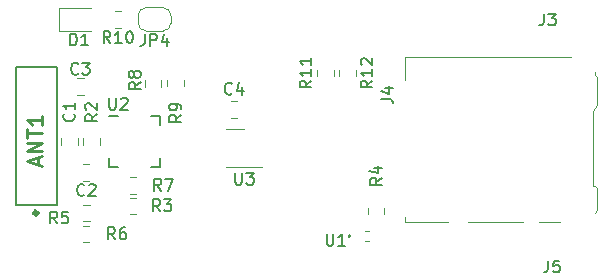
<source format=gbr>
G04 #@! TF.GenerationSoftware,KiCad,Pcbnew,(5.1.4)-1*
G04 #@! TF.CreationDate,2019-12-20T11:27:30-05:00*
G04 #@! TF.ProjectId,Feather-weather-station,46656174-6865-4722-9d77-656174686572,rev?*
G04 #@! TF.SameCoordinates,Original*
G04 #@! TF.FileFunction,Legend,Top*
G04 #@! TF.FilePolarity,Positive*
%FSLAX46Y46*%
G04 Gerber Fmt 4.6, Leading zero omitted, Abs format (unit mm)*
G04 Created by KiCad (PCBNEW (5.1.4)-1) date 2019-12-20 11:27:30*
%MOMM*%
%LPD*%
G04 APERTURE LIST*
%ADD10C,0.120000*%
%ADD11C,0.100000*%
%ADD12C,0.200000*%
%ADD13C,0.150000*%
%ADD14C,0.400000*%
%ADD15C,0.254000*%
G04 APERTURE END LIST*
D10*
X132957800Y-53197000D02*
X131557800Y-53197000D01*
X130857800Y-52497000D02*
X130857800Y-51897000D01*
X131557800Y-51197000D02*
X132957800Y-51197000D01*
X133657800Y-51897000D02*
X133657800Y-52497000D01*
X133657800Y-52497000D02*
G75*
G02X132957800Y-53197000I-700000J0D01*
G01*
X132957800Y-51197000D02*
G75*
G02X133657800Y-51897000I0J-700000D01*
G01*
X130857800Y-51897000D02*
G75*
G02X131557800Y-51197000I700000J0D01*
G01*
X131557800Y-53197000D02*
G75*
G02X130857800Y-52497000I0J700000D01*
G01*
X139852400Y-61483600D02*
X138352400Y-61483600D01*
X141352400Y-64703600D02*
X138352400Y-64703600D01*
D11*
X150053700Y-70148500D02*
X150453700Y-70148500D01*
X150053700Y-70948500D02*
X150453700Y-70948500D01*
D12*
X148753700Y-70448500D02*
X148753700Y-70448500D01*
X148753700Y-70648500D02*
X148753700Y-70648500D01*
X148753700Y-70648500D02*
G75*
G03X148753700Y-70448500I0J100000D01*
G01*
X148753700Y-70448500D02*
G75*
G03X148753700Y-70648500I0J-100000D01*
G01*
D10*
X169751200Y-59415500D02*
X169401200Y-59925500D01*
X169551200Y-56905500D02*
X169551200Y-56645500D01*
X169751200Y-57105500D02*
X169551200Y-56905500D01*
X169751200Y-66505500D02*
X169551200Y-66295500D01*
X169401200Y-66295500D02*
X169551200Y-66295500D01*
X169401200Y-66295500D02*
X169401200Y-59925500D01*
X164791200Y-69395500D02*
X166591200Y-69395500D01*
X158791200Y-69395500D02*
X163491200Y-69395500D01*
X169751200Y-68365500D02*
X169551200Y-68565500D01*
X169751200Y-68365500D02*
X169751200Y-66505500D01*
X169751200Y-57105500D02*
X169751200Y-59415500D01*
X153481200Y-69395500D02*
X157091200Y-69395500D01*
X153481200Y-68945500D02*
X153481200Y-69395500D01*
X153481200Y-55425500D02*
X167491200Y-55425500D01*
X153481200Y-57345500D02*
X153481200Y-55425500D01*
D13*
X132743700Y-60372500D02*
X132743700Y-61172500D01*
X128393700Y-64722500D02*
X128393700Y-63922500D01*
X132743700Y-64722500D02*
X132743700Y-63922500D01*
X128393700Y-60372500D02*
X129193700Y-60372500D01*
X128393700Y-64722500D02*
X129193700Y-64722500D01*
X132743700Y-64722500D02*
X131943700Y-64722500D01*
X132743700Y-60372500D02*
X131943700Y-60372500D01*
D10*
X127659200Y-62806078D02*
X127659200Y-62288922D01*
X126239200Y-62806078D02*
X126239200Y-62288922D01*
X130700278Y-65545900D02*
X130183122Y-65545900D01*
X130700278Y-66965900D02*
X130183122Y-66965900D01*
X138730222Y-60552400D02*
X139247378Y-60552400D01*
X138730222Y-59132400D02*
X139247378Y-59132400D01*
X129417578Y-51487000D02*
X128900422Y-51487000D01*
X129417578Y-52907000D02*
X128900422Y-52907000D01*
X124172000Y-53157000D02*
X126857000Y-53157000D01*
X124172000Y-51237000D02*
X124172000Y-53157000D01*
X126857000Y-51237000D02*
X124172000Y-51237000D01*
X134720400Y-57840378D02*
X134720400Y-57323222D01*
X133300400Y-57840378D02*
X133300400Y-57323222D01*
X132840800Y-57891178D02*
X132840800Y-57374022D01*
X131420800Y-57891178D02*
X131420800Y-57374022D01*
X151713000Y-68673478D02*
X151713000Y-68156322D01*
X150293000Y-68673478D02*
X150293000Y-68156322D01*
X130170422Y-68705800D02*
X130687578Y-68705800D01*
X130170422Y-67285800D02*
X130687578Y-67285800D01*
X147445800Y-57002178D02*
X147445800Y-56485022D01*
X146025800Y-57002178D02*
X146025800Y-56485022D01*
X147892700Y-56485022D02*
X147892700Y-57002178D01*
X149312700Y-56485022D02*
X149312700Y-57002178D01*
X126750578Y-69673400D02*
X126233422Y-69673400D01*
X126750578Y-71093400D02*
X126233422Y-71093400D01*
X126763278Y-67895400D02*
X126246122Y-67895400D01*
X126763278Y-69315400D02*
X126246122Y-69315400D01*
X126737878Y-64479100D02*
X126220722Y-64479100D01*
X126737878Y-65899100D02*
X126220722Y-65899100D01*
X126255278Y-57189300D02*
X125738122Y-57189300D01*
X126255278Y-58609300D02*
X125738122Y-58609300D01*
X125766900Y-62806078D02*
X125766900Y-62288922D01*
X124346900Y-62806078D02*
X124346900Y-62288922D01*
D12*
X120512900Y-67954155D02*
X124012900Y-67954155D01*
X124012900Y-67954155D02*
X124012900Y-56254155D01*
X124012900Y-56254155D02*
X120512900Y-56254155D01*
X120512900Y-56254155D02*
X120512900Y-67954155D01*
D14*
X122345590Y-68599155D02*
G75*
G03X122345590Y-68599155I-141690J0D01*
G01*
D13*
X165223866Y-51712880D02*
X165223866Y-52427166D01*
X165176247Y-52570023D01*
X165081009Y-52665261D01*
X164938152Y-52712880D01*
X164842914Y-52712880D01*
X165604819Y-51712880D02*
X166223866Y-51712880D01*
X165890533Y-52093833D01*
X166033390Y-52093833D01*
X166128628Y-52141452D01*
X166176247Y-52189071D01*
X166223866Y-52284309D01*
X166223866Y-52522404D01*
X166176247Y-52617642D01*
X166128628Y-52665261D01*
X166033390Y-52712880D01*
X165747676Y-52712880D01*
X165652438Y-52665261D01*
X165604819Y-52617642D01*
X131424466Y-53449380D02*
X131424466Y-54163666D01*
X131376847Y-54306523D01*
X131281609Y-54401761D01*
X131138752Y-54449380D01*
X131043514Y-54449380D01*
X131900657Y-54449380D02*
X131900657Y-53449380D01*
X132281609Y-53449380D01*
X132376847Y-53497000D01*
X132424466Y-53544619D01*
X132472085Y-53639857D01*
X132472085Y-53782714D01*
X132424466Y-53877952D01*
X132376847Y-53925571D01*
X132281609Y-53973190D01*
X131900657Y-53973190D01*
X133329228Y-53782714D02*
X133329228Y-54449380D01*
X133091133Y-53401761D02*
X132853038Y-54116047D01*
X133472085Y-54116047D01*
X139090495Y-65187580D02*
X139090495Y-65997104D01*
X139138114Y-66092342D01*
X139185733Y-66139961D01*
X139280971Y-66187580D01*
X139471447Y-66187580D01*
X139566685Y-66139961D01*
X139614304Y-66092342D01*
X139661923Y-65997104D01*
X139661923Y-65187580D01*
X140042876Y-65187580D02*
X140661923Y-65187580D01*
X140328590Y-65568533D01*
X140471447Y-65568533D01*
X140566685Y-65616152D01*
X140614304Y-65663771D01*
X140661923Y-65759009D01*
X140661923Y-65997104D01*
X140614304Y-66092342D01*
X140566685Y-66139961D01*
X140471447Y-66187580D01*
X140185733Y-66187580D01*
X140090495Y-66139961D01*
X140042876Y-66092342D01*
X146822255Y-70353940D02*
X146822255Y-71163464D01*
X146869874Y-71258702D01*
X146917493Y-71306321D01*
X147012731Y-71353940D01*
X147203207Y-71353940D01*
X147298445Y-71306321D01*
X147346064Y-71258702D01*
X147393683Y-71163464D01*
X147393683Y-70353940D01*
X148393683Y-71353940D02*
X147822255Y-71353940D01*
X148107969Y-71353940D02*
X148107969Y-70353940D01*
X148012731Y-70496798D01*
X147917493Y-70592036D01*
X147822255Y-70639655D01*
X151440900Y-58931133D02*
X152155186Y-58931133D01*
X152298043Y-58978752D01*
X152393281Y-59073990D01*
X152440900Y-59216847D01*
X152440900Y-59312085D01*
X151774234Y-58026371D02*
X152440900Y-58026371D01*
X151393281Y-58264466D02*
X152107567Y-58502561D01*
X152107567Y-57883514D01*
X128422495Y-58837580D02*
X128422495Y-59647104D01*
X128470114Y-59742342D01*
X128517733Y-59789961D01*
X128612971Y-59837580D01*
X128803447Y-59837580D01*
X128898685Y-59789961D01*
X128946304Y-59742342D01*
X128993923Y-59647104D01*
X128993923Y-58837580D01*
X129422495Y-58932819D02*
X129470114Y-58885200D01*
X129565352Y-58837580D01*
X129803447Y-58837580D01*
X129898685Y-58885200D01*
X129946304Y-58932819D01*
X129993923Y-59028057D01*
X129993923Y-59123295D01*
X129946304Y-59266152D01*
X129374876Y-59837580D01*
X129993923Y-59837580D01*
X127401580Y-60237666D02*
X126925390Y-60571000D01*
X127401580Y-60809095D02*
X126401580Y-60809095D01*
X126401580Y-60428142D01*
X126449200Y-60332904D01*
X126496819Y-60285285D01*
X126592057Y-60237666D01*
X126734914Y-60237666D01*
X126830152Y-60285285D01*
X126877771Y-60332904D01*
X126925390Y-60428142D01*
X126925390Y-60809095D01*
X126496819Y-59856714D02*
X126449200Y-59809095D01*
X126401580Y-59713857D01*
X126401580Y-59475761D01*
X126449200Y-59380523D01*
X126496819Y-59332904D01*
X126592057Y-59285285D01*
X126687295Y-59285285D01*
X126830152Y-59332904D01*
X127401580Y-59904333D01*
X127401580Y-59285285D01*
X132827733Y-66695580D02*
X132494400Y-66219390D01*
X132256304Y-66695580D02*
X132256304Y-65695580D01*
X132637257Y-65695580D01*
X132732495Y-65743200D01*
X132780114Y-65790819D01*
X132827733Y-65886057D01*
X132827733Y-66028914D01*
X132780114Y-66124152D01*
X132732495Y-66171771D01*
X132637257Y-66219390D01*
X132256304Y-66219390D01*
X133161066Y-65695580D02*
X133827733Y-65695580D01*
X133399161Y-66695580D01*
X138822133Y-58472342D02*
X138774514Y-58519961D01*
X138631657Y-58567580D01*
X138536419Y-58567580D01*
X138393561Y-58519961D01*
X138298323Y-58424723D01*
X138250704Y-58329485D01*
X138203085Y-58139009D01*
X138203085Y-57996152D01*
X138250704Y-57805676D01*
X138298323Y-57710438D01*
X138393561Y-57615200D01*
X138536419Y-57567580D01*
X138631657Y-57567580D01*
X138774514Y-57615200D01*
X138822133Y-57662819D01*
X139679276Y-57900914D02*
X139679276Y-58567580D01*
X139441180Y-57519961D02*
X139203085Y-58234247D01*
X139822133Y-58234247D01*
X165579466Y-72629780D02*
X165579466Y-73344066D01*
X165531847Y-73486923D01*
X165436609Y-73582161D01*
X165293752Y-73629780D01*
X165198514Y-73629780D01*
X166531847Y-72629780D02*
X166055657Y-72629780D01*
X166008038Y-73105971D01*
X166055657Y-73058352D01*
X166150895Y-73010733D01*
X166388990Y-73010733D01*
X166484228Y-73058352D01*
X166531847Y-73105971D01*
X166579466Y-73201209D01*
X166579466Y-73439304D01*
X166531847Y-73534542D01*
X166484228Y-73582161D01*
X166388990Y-73629780D01*
X166150895Y-73629780D01*
X166055657Y-73582161D01*
X166008038Y-73534542D01*
X128516142Y-54198780D02*
X128182809Y-53722590D01*
X127944714Y-54198780D02*
X127944714Y-53198780D01*
X128325666Y-53198780D01*
X128420904Y-53246400D01*
X128468523Y-53294019D01*
X128516142Y-53389257D01*
X128516142Y-53532114D01*
X128468523Y-53627352D01*
X128420904Y-53674971D01*
X128325666Y-53722590D01*
X127944714Y-53722590D01*
X129468523Y-54198780D02*
X128897095Y-54198780D01*
X129182809Y-54198780D02*
X129182809Y-53198780D01*
X129087571Y-53341638D01*
X128992333Y-53436876D01*
X128897095Y-53484495D01*
X130087571Y-53198780D02*
X130182809Y-53198780D01*
X130278047Y-53246400D01*
X130325666Y-53294019D01*
X130373285Y-53389257D01*
X130420904Y-53579733D01*
X130420904Y-53817828D01*
X130373285Y-54008304D01*
X130325666Y-54103542D01*
X130278047Y-54151161D01*
X130182809Y-54198780D01*
X130087571Y-54198780D01*
X129992333Y-54151161D01*
X129944714Y-54103542D01*
X129897095Y-54008304D01*
X129849476Y-53817828D01*
X129849476Y-53579733D01*
X129897095Y-53389257D01*
X129944714Y-53294019D01*
X129992333Y-53246400D01*
X130087571Y-53198780D01*
X125118904Y-54401980D02*
X125118904Y-53401980D01*
X125357000Y-53401980D01*
X125499857Y-53449600D01*
X125595095Y-53544838D01*
X125642714Y-53640076D01*
X125690333Y-53830552D01*
X125690333Y-53973409D01*
X125642714Y-54163885D01*
X125595095Y-54259123D01*
X125499857Y-54354361D01*
X125357000Y-54401980D01*
X125118904Y-54401980D01*
X126642714Y-54401980D02*
X126071285Y-54401980D01*
X126357000Y-54401980D02*
X126357000Y-53401980D01*
X126261761Y-53544838D01*
X126166523Y-53640076D01*
X126071285Y-53687695D01*
X134513580Y-60288466D02*
X134037390Y-60621800D01*
X134513580Y-60859895D02*
X133513580Y-60859895D01*
X133513580Y-60478942D01*
X133561200Y-60383704D01*
X133608819Y-60336085D01*
X133704057Y-60288466D01*
X133846914Y-60288466D01*
X133942152Y-60336085D01*
X133989771Y-60383704D01*
X134037390Y-60478942D01*
X134037390Y-60859895D01*
X134513580Y-59812276D02*
X134513580Y-59621800D01*
X134465961Y-59526561D01*
X134418342Y-59478942D01*
X134275485Y-59383704D01*
X134085009Y-59336085D01*
X133704057Y-59336085D01*
X133608819Y-59383704D01*
X133561200Y-59431323D01*
X133513580Y-59526561D01*
X133513580Y-59717038D01*
X133561200Y-59812276D01*
X133608819Y-59859895D01*
X133704057Y-59907514D01*
X133942152Y-59907514D01*
X134037390Y-59859895D01*
X134085009Y-59812276D01*
X134132628Y-59717038D01*
X134132628Y-59526561D01*
X134085009Y-59431323D01*
X134037390Y-59383704D01*
X133942152Y-59336085D01*
X131084580Y-57519866D02*
X130608390Y-57853200D01*
X131084580Y-58091295D02*
X130084580Y-58091295D01*
X130084580Y-57710342D01*
X130132200Y-57615104D01*
X130179819Y-57567485D01*
X130275057Y-57519866D01*
X130417914Y-57519866D01*
X130513152Y-57567485D01*
X130560771Y-57615104D01*
X130608390Y-57710342D01*
X130608390Y-58091295D01*
X130513152Y-56948438D02*
X130465533Y-57043676D01*
X130417914Y-57091295D01*
X130322676Y-57138914D01*
X130275057Y-57138914D01*
X130179819Y-57091295D01*
X130132200Y-57043676D01*
X130084580Y-56948438D01*
X130084580Y-56757961D01*
X130132200Y-56662723D01*
X130179819Y-56615104D01*
X130275057Y-56567485D01*
X130322676Y-56567485D01*
X130417914Y-56615104D01*
X130465533Y-56662723D01*
X130513152Y-56757961D01*
X130513152Y-56948438D01*
X130560771Y-57043676D01*
X130608390Y-57091295D01*
X130703628Y-57138914D01*
X130894104Y-57138914D01*
X130989342Y-57091295D01*
X131036961Y-57043676D01*
X131084580Y-56948438D01*
X131084580Y-56757961D01*
X131036961Y-56662723D01*
X130989342Y-56615104D01*
X130894104Y-56567485D01*
X130703628Y-56567485D01*
X130608390Y-56615104D01*
X130560771Y-56662723D01*
X130513152Y-56757961D01*
X151506180Y-65622466D02*
X151029990Y-65955800D01*
X151506180Y-66193895D02*
X150506180Y-66193895D01*
X150506180Y-65812942D01*
X150553800Y-65717704D01*
X150601419Y-65670085D01*
X150696657Y-65622466D01*
X150839514Y-65622466D01*
X150934752Y-65670085D01*
X150982371Y-65717704D01*
X151029990Y-65812942D01*
X151029990Y-66193895D01*
X150839514Y-64765323D02*
X151506180Y-64765323D01*
X150458561Y-65003419D02*
X151172847Y-65241514D01*
X151172847Y-64622466D01*
X132738833Y-68448180D02*
X132405500Y-67971990D01*
X132167404Y-68448180D02*
X132167404Y-67448180D01*
X132548357Y-67448180D01*
X132643595Y-67495800D01*
X132691214Y-67543419D01*
X132738833Y-67638657D01*
X132738833Y-67781514D01*
X132691214Y-67876752D01*
X132643595Y-67924371D01*
X132548357Y-67971990D01*
X132167404Y-67971990D01*
X133072166Y-67448180D02*
X133691214Y-67448180D01*
X133357880Y-67829133D01*
X133500738Y-67829133D01*
X133595976Y-67876752D01*
X133643595Y-67924371D01*
X133691214Y-68019609D01*
X133691214Y-68257704D01*
X133643595Y-68352942D01*
X133595976Y-68400561D01*
X133500738Y-68448180D01*
X133215023Y-68448180D01*
X133119785Y-68400561D01*
X133072166Y-68352942D01*
X145538180Y-57386457D02*
X145061990Y-57719790D01*
X145538180Y-57957885D02*
X144538180Y-57957885D01*
X144538180Y-57576933D01*
X144585800Y-57481695D01*
X144633419Y-57434076D01*
X144728657Y-57386457D01*
X144871514Y-57386457D01*
X144966752Y-57434076D01*
X145014371Y-57481695D01*
X145061990Y-57576933D01*
X145061990Y-57957885D01*
X145538180Y-56434076D02*
X145538180Y-57005504D01*
X145538180Y-56719790D02*
X144538180Y-56719790D01*
X144681038Y-56815028D01*
X144776276Y-56910266D01*
X144823895Y-57005504D01*
X145538180Y-55481695D02*
X145538180Y-56053123D01*
X145538180Y-55767409D02*
X144538180Y-55767409D01*
X144681038Y-55862647D01*
X144776276Y-55957885D01*
X144823895Y-56053123D01*
X150705080Y-57386457D02*
X150228890Y-57719790D01*
X150705080Y-57957885D02*
X149705080Y-57957885D01*
X149705080Y-57576933D01*
X149752700Y-57481695D01*
X149800319Y-57434076D01*
X149895557Y-57386457D01*
X150038414Y-57386457D01*
X150133652Y-57434076D01*
X150181271Y-57481695D01*
X150228890Y-57576933D01*
X150228890Y-57957885D01*
X150705080Y-56434076D02*
X150705080Y-57005504D01*
X150705080Y-56719790D02*
X149705080Y-56719790D01*
X149847938Y-56815028D01*
X149943176Y-56910266D01*
X149990795Y-57005504D01*
X149800319Y-56053123D02*
X149752700Y-56005504D01*
X149705080Y-55910266D01*
X149705080Y-55672171D01*
X149752700Y-55576933D01*
X149800319Y-55529314D01*
X149895557Y-55481695D01*
X149990795Y-55481695D01*
X150133652Y-55529314D01*
X150705080Y-56100742D01*
X150705080Y-55481695D01*
X128916133Y-70823080D02*
X128582800Y-70346890D01*
X128344704Y-70823080D02*
X128344704Y-69823080D01*
X128725657Y-69823080D01*
X128820895Y-69870700D01*
X128868514Y-69918319D01*
X128916133Y-70013557D01*
X128916133Y-70156414D01*
X128868514Y-70251652D01*
X128820895Y-70299271D01*
X128725657Y-70346890D01*
X128344704Y-70346890D01*
X129773276Y-69823080D02*
X129582800Y-69823080D01*
X129487561Y-69870700D01*
X129439942Y-69918319D01*
X129344704Y-70061176D01*
X129297085Y-70251652D01*
X129297085Y-70632604D01*
X129344704Y-70727842D01*
X129392323Y-70775461D01*
X129487561Y-70823080D01*
X129678038Y-70823080D01*
X129773276Y-70775461D01*
X129820895Y-70727842D01*
X129868514Y-70632604D01*
X129868514Y-70394509D01*
X129820895Y-70299271D01*
X129773276Y-70251652D01*
X129678038Y-70204033D01*
X129487561Y-70204033D01*
X129392323Y-70251652D01*
X129344704Y-70299271D01*
X129297085Y-70394509D01*
X124019013Y-69479420D02*
X123685680Y-69003230D01*
X123447584Y-69479420D02*
X123447584Y-68479420D01*
X123828537Y-68479420D01*
X123923775Y-68527040D01*
X123971394Y-68574659D01*
X124019013Y-68669897D01*
X124019013Y-68812754D01*
X123971394Y-68907992D01*
X123923775Y-68955611D01*
X123828537Y-69003230D01*
X123447584Y-69003230D01*
X124923775Y-68479420D02*
X124447584Y-68479420D01*
X124399965Y-68955611D01*
X124447584Y-68907992D01*
X124542822Y-68860373D01*
X124780918Y-68860373D01*
X124876156Y-68907992D01*
X124923775Y-68955611D01*
X124971394Y-69050849D01*
X124971394Y-69288944D01*
X124923775Y-69384182D01*
X124876156Y-69431801D01*
X124780918Y-69479420D01*
X124542822Y-69479420D01*
X124447584Y-69431801D01*
X124399965Y-69384182D01*
X126320253Y-67052462D02*
X126272634Y-67100081D01*
X126129777Y-67147700D01*
X126034539Y-67147700D01*
X125891681Y-67100081D01*
X125796443Y-67004843D01*
X125748824Y-66909605D01*
X125701205Y-66719129D01*
X125701205Y-66576272D01*
X125748824Y-66385796D01*
X125796443Y-66290558D01*
X125891681Y-66195320D01*
X126034539Y-66147700D01*
X126129777Y-66147700D01*
X126272634Y-66195320D01*
X126320253Y-66242939D01*
X126701205Y-66242939D02*
X126748824Y-66195320D01*
X126844062Y-66147700D01*
X127082158Y-66147700D01*
X127177396Y-66195320D01*
X127225015Y-66242939D01*
X127272634Y-66338177D01*
X127272634Y-66433415D01*
X127225015Y-66576272D01*
X126653586Y-67147700D01*
X127272634Y-67147700D01*
X125804633Y-56783242D02*
X125757014Y-56830861D01*
X125614157Y-56878480D01*
X125518919Y-56878480D01*
X125376061Y-56830861D01*
X125280823Y-56735623D01*
X125233204Y-56640385D01*
X125185585Y-56449909D01*
X125185585Y-56307052D01*
X125233204Y-56116576D01*
X125280823Y-56021338D01*
X125376061Y-55926100D01*
X125518919Y-55878480D01*
X125614157Y-55878480D01*
X125757014Y-55926100D01*
X125804633Y-55973719D01*
X126137966Y-55878480D02*
X126757014Y-55878480D01*
X126423680Y-56259433D01*
X126566538Y-56259433D01*
X126661776Y-56307052D01*
X126709395Y-56354671D01*
X126757014Y-56449909D01*
X126757014Y-56688004D01*
X126709395Y-56783242D01*
X126661776Y-56830861D01*
X126566538Y-56878480D01*
X126280823Y-56878480D01*
X126185585Y-56830861D01*
X126137966Y-56783242D01*
X125414042Y-60199566D02*
X125461661Y-60247185D01*
X125509280Y-60390042D01*
X125509280Y-60485280D01*
X125461661Y-60628138D01*
X125366423Y-60723376D01*
X125271185Y-60770995D01*
X125080709Y-60818614D01*
X124937852Y-60818614D01*
X124747376Y-60770995D01*
X124652138Y-60723376D01*
X124556900Y-60628138D01*
X124509280Y-60485280D01*
X124509280Y-60390042D01*
X124556900Y-60247185D01*
X124604519Y-60199566D01*
X125509280Y-59247185D02*
X125509280Y-59818614D01*
X125509280Y-59532900D02*
X124509280Y-59532900D01*
X124652138Y-59628138D01*
X124747376Y-59723376D01*
X124794995Y-59818614D01*
D15*
X122412346Y-64514165D02*
X122412346Y-63909403D01*
X122775203Y-64635117D02*
X121505203Y-64211784D01*
X122775203Y-63788451D01*
X122775203Y-63365117D02*
X121505203Y-63365117D01*
X122775203Y-62639403D01*
X121505203Y-62639403D01*
X121505203Y-62216070D02*
X121505203Y-61490355D01*
X122775203Y-61853213D02*
X121505203Y-61853213D01*
X122775203Y-60401784D02*
X122775203Y-61127498D01*
X122775203Y-60764641D02*
X121505203Y-60764641D01*
X121686632Y-60885594D01*
X121807584Y-61006546D01*
X121868060Y-61127498D01*
M02*

</source>
